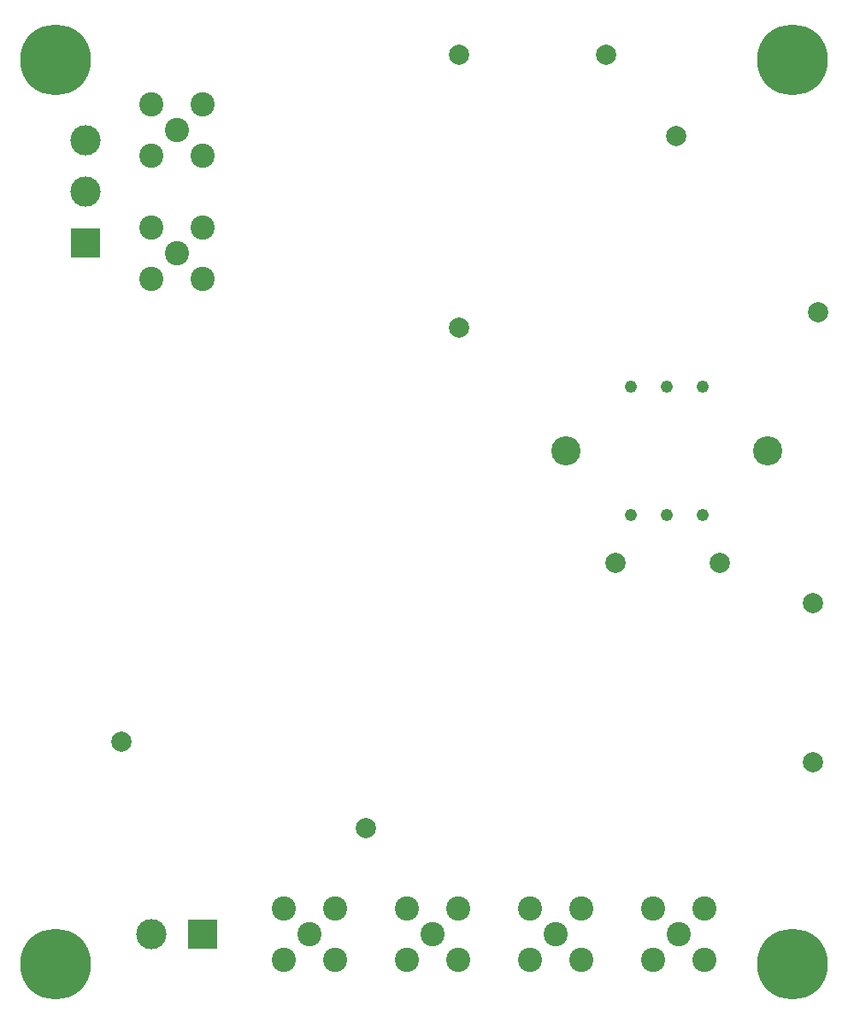
<source format=gbs>
%TF.GenerationSoftware,KiCad,Pcbnew,8.0.2-8.0.2-0~ubuntu22.04.1*%
%TF.CreationDate,2024-05-22T14:53:11-05:00*%
%TF.ProjectId,bias-supply,62696173-2d73-4757-9070-6c792e6b6963,0.1*%
%TF.SameCoordinates,Original*%
%TF.FileFunction,Soldermask,Bot*%
%TF.FilePolarity,Negative*%
%FSLAX46Y46*%
G04 Gerber Fmt 4.6, Leading zero omitted, Abs format (unit mm)*
G04 Created by KiCad (PCBNEW 8.0.2-8.0.2-0~ubuntu22.04.1) date 2024-05-22 14:53:11*
%MOMM*%
%LPD*%
G01*
G04 APERTURE LIST*
%ADD10C,7.000000*%
%ADD11R,3.000000X3.000000*%
%ADD12C,3.000000*%
%ADD13C,2.000000*%
%ADD14C,2.400000*%
%ADD15C,1.214000*%
%ADD16C,2.891000*%
G04 APERTURE END LIST*
D10*
%TO.C,REF\u002A\u002A*%
X111000000Y-149500000D03*
%TD*%
D11*
%TO.C,J8*%
X125580000Y-146500000D03*
D12*
X120500000Y-146500000D03*
%TD*%
D13*
%TO.C,REF*%
X186000000Y-129500000D03*
%TD*%
D10*
%TO.C,REF\u002A\u002A*%
X111000000Y-60000000D03*
%TD*%
D13*
%TO.C,SIN1*%
X172500000Y-67500000D03*
%TD*%
D14*
%TO.C,J7*%
X136185000Y-146500000D03*
X133645000Y-143960000D03*
X133645000Y-149040000D03*
X138725000Y-149040000D03*
X138725000Y-143960000D03*
%TD*%
D13*
%TO.C,GND*%
X186000000Y-113750000D03*
%TD*%
D14*
%TO.C,J5*%
X160540000Y-146500000D03*
X158000000Y-143960000D03*
X158000000Y-149040000D03*
X163080000Y-149040000D03*
X163080000Y-143960000D03*
%TD*%
D10*
%TO.C,REF\u002A\u002A*%
X184000000Y-60000000D03*
%TD*%
D13*
%TO.C,-V*%
X176750000Y-109750000D03*
%TD*%
%TO.C,DC*%
X117500000Y-127500000D03*
%TD*%
D14*
%TO.C,J4*%
X172717500Y-146500000D03*
X170177500Y-143960000D03*
X170177500Y-149040000D03*
X175257500Y-149040000D03*
X175257500Y-143960000D03*
%TD*%
D13*
%TO.C,-V*%
X151000000Y-59500000D03*
%TD*%
D14*
%TO.C,J2*%
X123000000Y-79089000D03*
X120460000Y-76549000D03*
X120460000Y-81629000D03*
X125540000Y-81629000D03*
X125540000Y-76549000D03*
%TD*%
D13*
%TO.C,REG*%
X141750000Y-136000000D03*
%TD*%
D14*
%TO.C,J6*%
X148362500Y-146500000D03*
X145822500Y-143960000D03*
X145822500Y-149040000D03*
X150902500Y-149040000D03*
X150902500Y-143960000D03*
%TD*%
D13*
%TO.C,GND*%
X165500000Y-59500000D03*
%TD*%
%TO.C,+V*%
X151000000Y-86500000D03*
%TD*%
%TO.C,+V*%
X166500000Y-109750000D03*
%TD*%
D10*
%TO.C,REF\u002A\u002A*%
X184000000Y-149500000D03*
%TD*%
D15*
%TO.C,T1*%
X168000000Y-105000000D03*
X171556000Y-105000000D03*
X175112000Y-105000000D03*
X175112000Y-92300000D03*
X171556000Y-92300000D03*
X168000000Y-92300000D03*
D16*
X161574000Y-98650000D03*
X181538000Y-98650000D03*
%TD*%
D14*
%TO.C,J3*%
X123000000Y-66911000D03*
X125540000Y-69451000D03*
X125540000Y-64371000D03*
X120460000Y-64371000D03*
X120460000Y-69451000D03*
%TD*%
D13*
%TO.C,SIN2*%
X186500000Y-85000000D03*
%TD*%
D11*
%TO.C,J1*%
X114000000Y-78080000D03*
D12*
X114000000Y-73000000D03*
X114000000Y-67920000D03*
%TD*%
M02*

</source>
